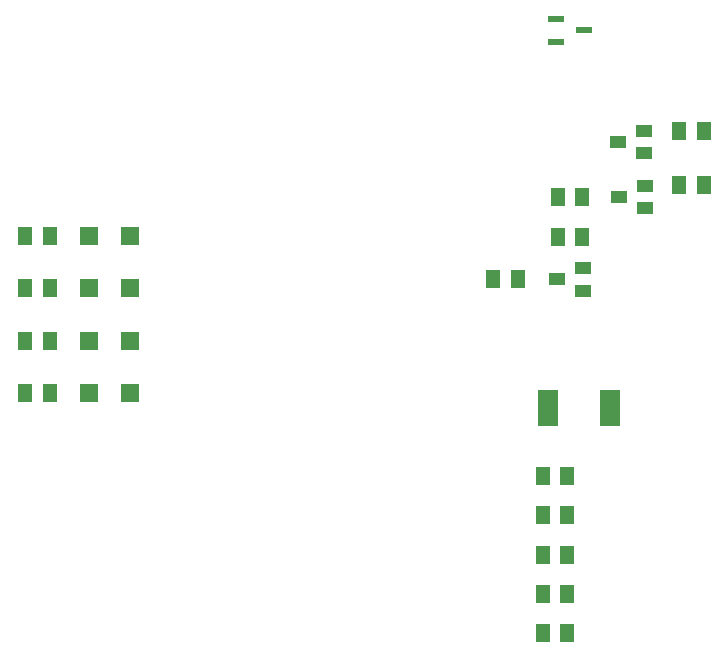
<source format=gbp>
G04 Layer_Color=128*
%FSLAX24Y24*%
%MOIN*%
G70*
G01*
G75*
%ADD12R,0.0701X0.1240*%
%ADD36R,0.0492X0.0591*%
%ADD37R,0.0591X0.0591*%
%ADD38R,0.0551X0.0394*%
%ADD39R,0.0571X0.0236*%
D12*
X14330Y19000D02*
D03*
X12271D02*
D03*
D36*
X-5176Y19500D02*
D03*
X-4349D02*
D03*
X-5176Y21250D02*
D03*
X-4349D02*
D03*
X-5176Y23000D02*
D03*
X-4349D02*
D03*
X-5176Y24750D02*
D03*
X-4349D02*
D03*
X12587Y24700D02*
D03*
X13414D02*
D03*
X10437Y23300D02*
D03*
X11264D02*
D03*
X12587Y26050D02*
D03*
X13414D02*
D03*
X16637Y26450D02*
D03*
X17464D02*
D03*
X12914Y16750D02*
D03*
X12087D02*
D03*
X12914Y12812D02*
D03*
X12087D02*
D03*
X16637Y28250D02*
D03*
X17464D02*
D03*
X12914Y14125D02*
D03*
X12087D02*
D03*
X12914Y11500D02*
D03*
X12087D02*
D03*
Y15438D02*
D03*
X12914D02*
D03*
D37*
X-1660Y19500D02*
D03*
X-3038D02*
D03*
X-1660Y21250D02*
D03*
X-3038D02*
D03*
X-1660Y23000D02*
D03*
X-3038D02*
D03*
X-1660Y24750D02*
D03*
X-3038D02*
D03*
D38*
X12568Y23300D02*
D03*
X13434Y22926D02*
D03*
Y23674D02*
D03*
X14585Y27876D02*
D03*
X15451Y27502D02*
D03*
Y28250D02*
D03*
X14618Y26050D02*
D03*
X15484Y25676D02*
D03*
Y26424D02*
D03*
D39*
X13463Y31600D02*
D03*
X12538Y31974D02*
D03*
Y31226D02*
D03*
M02*

</source>
